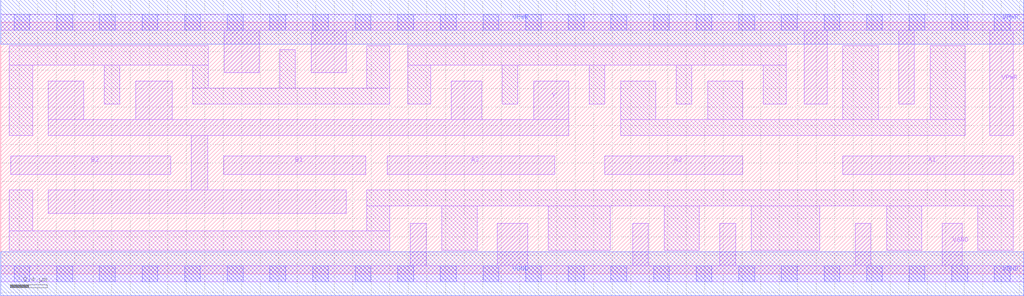
<source format=lef>
# Copyright 2020 The SkyWater PDK Authors
#
# Licensed under the Apache License, Version 2.0 (the "License");
# you may not use this file except in compliance with the License.
# You may obtain a copy of the License at
#
#     https://www.apache.org/licenses/LICENSE-2.0
#
# Unless required by applicable law or agreed to in writing, software
# distributed under the License is distributed on an "AS IS" BASIS,
# WITHOUT WARRANTIES OR CONDITIONS OF ANY KIND, either express or implied.
# See the License for the specific language governing permissions and
# limitations under the License.
#
# SPDX-License-Identifier: Apache-2.0

VERSION 5.7 ;
  NAMESCASESENSITIVE ON ;
  NOWIREEXTENSIONATPIN ON ;
  DIVIDERCHAR "/" ;
  BUSBITCHARS "[]" ;
UNITS
  DATABASE MICRONS 200 ;
END UNITS
PROPERTYDEFINITIONS
  MACRO maskLayoutSubType STRING ;
  MACRO prCellType STRING ;
  MACRO originalViewName STRING ;
END PROPERTYDEFINITIONS
MACRO sky130_fd_sc_hdll__o32ai_4
  CLASS CORE ;
  FOREIGN sky130_fd_sc_hdll__o32ai_4 ;
  ORIGIN  0.000000  0.000000 ;
  SIZE  11.04000 BY  2.720000 ;
  SYMMETRY X Y R90 ;
  SITE unithd ;
  PIN A1
    ANTENNAGATEAREA  1.110000 ;
    DIRECTION INPUT ;
    USE SIGNAL ;
    PORT
      LAYER li1 ;
        RECT 9.090000 1.075000 10.925000 1.275000 ;
    END
  END A1
  PIN A2
    ANTENNAGATEAREA  1.110000 ;
    DIRECTION INPUT ;
    USE SIGNAL ;
    PORT
      LAYER li1 ;
        RECT 6.520000 1.075000 8.010000 1.275000 ;
    END
  END A2
  PIN A3
    ANTENNAGATEAREA  1.110000 ;
    DIRECTION INPUT ;
    USE SIGNAL ;
    PORT
      LAYER li1 ;
        RECT 4.170000 1.075000 5.980000 1.275000 ;
    END
  END A3
  PIN B1
    ANTENNAGATEAREA  1.110000 ;
    DIRECTION INPUT ;
    USE SIGNAL ;
    PORT
      LAYER li1 ;
        RECT 2.405000 1.075000 3.940000 1.275000 ;
    END
  END B1
  PIN B2
    ANTENNAGATEAREA  1.110000 ;
    DIRECTION INPUT ;
    USE SIGNAL ;
    PORT
      LAYER li1 ;
        RECT 0.110000 1.075000 1.835000 1.275000 ;
    END
  END B2
  PIN Y
    ANTENNADIFFAREA  2.024500 ;
    DIRECTION OUTPUT ;
    USE SIGNAL ;
    PORT
      LAYER li1 ;
        RECT 0.515000 0.655000 3.730000 0.905000 ;
        RECT 0.515000 1.495000 6.130000 1.665000 ;
        RECT 0.515000 1.665000 0.895000 2.085000 ;
        RECT 1.455000 1.665000 1.850000 2.085000 ;
        RECT 2.055000 0.905000 2.235000 1.495000 ;
        RECT 4.860000 1.665000 5.190000 2.085000 ;
        RECT 5.750000 1.665000 6.130000 2.085000 ;
    END
  END Y
  PIN VGND
    DIRECTION INOUT ;
    USE GROUND ;
    PORT
      LAYER li1 ;
        RECT  0.000000 -0.085000 11.040000 0.085000 ;
        RECT  4.420000  0.085000  4.590000 0.545000 ;
        RECT  5.360000  0.085000  5.690000 0.545000 ;
        RECT  6.820000  0.085000  6.990000 0.545000 ;
        RECT  7.760000  0.085000  7.930000 0.545000 ;
        RECT  9.220000  0.085000  9.390000 0.545000 ;
        RECT 10.160000  0.085000 10.375000 0.545000 ;
      LAYER mcon ;
        RECT  0.145000 -0.085000  0.315000 0.085000 ;
        RECT  0.605000 -0.085000  0.775000 0.085000 ;
        RECT  1.065000 -0.085000  1.235000 0.085000 ;
        RECT  1.525000 -0.085000  1.695000 0.085000 ;
        RECT  1.985000 -0.085000  2.155000 0.085000 ;
        RECT  2.445000 -0.085000  2.615000 0.085000 ;
        RECT  2.905000 -0.085000  3.075000 0.085000 ;
        RECT  3.365000 -0.085000  3.535000 0.085000 ;
        RECT  3.825000 -0.085000  3.995000 0.085000 ;
        RECT  4.285000 -0.085000  4.455000 0.085000 ;
        RECT  4.745000 -0.085000  4.915000 0.085000 ;
        RECT  5.205000 -0.085000  5.375000 0.085000 ;
        RECT  5.665000 -0.085000  5.835000 0.085000 ;
        RECT  6.125000 -0.085000  6.295000 0.085000 ;
        RECT  6.585000 -0.085000  6.755000 0.085000 ;
        RECT  7.045000 -0.085000  7.215000 0.085000 ;
        RECT  7.505000 -0.085000  7.675000 0.085000 ;
        RECT  7.965000 -0.085000  8.135000 0.085000 ;
        RECT  8.425000 -0.085000  8.595000 0.085000 ;
        RECT  8.885000 -0.085000  9.055000 0.085000 ;
        RECT  9.345000 -0.085000  9.515000 0.085000 ;
        RECT  9.805000 -0.085000  9.975000 0.085000 ;
        RECT 10.265000 -0.085000 10.435000 0.085000 ;
        RECT 10.725000 -0.085000 10.895000 0.085000 ;
      LAYER met1 ;
        RECT 0.000000 -0.240000 11.040000 0.240000 ;
    END
  END VGND
  PIN VPWR
    DIRECTION INOUT ;
    USE POWER ;
    PORT
      LAYER li1 ;
        RECT  0.000000 2.635000 11.040000 2.805000 ;
        RECT  2.410000 2.175000  2.790000 2.635000 ;
        RECT  3.350000 2.175000  3.730000 2.635000 ;
        RECT  8.670000 1.835000  8.920000 2.635000 ;
        RECT  9.690000 1.835000  9.860000 2.635000 ;
        RECT 10.675000 1.495000 10.925000 2.635000 ;
      LAYER mcon ;
        RECT  0.145000 2.635000  0.315000 2.805000 ;
        RECT  0.605000 2.635000  0.775000 2.805000 ;
        RECT  1.065000 2.635000  1.235000 2.805000 ;
        RECT  1.525000 2.635000  1.695000 2.805000 ;
        RECT  1.985000 2.635000  2.155000 2.805000 ;
        RECT  2.445000 2.635000  2.615000 2.805000 ;
        RECT  2.905000 2.635000  3.075000 2.805000 ;
        RECT  3.365000 2.635000  3.535000 2.805000 ;
        RECT  3.825000 2.635000  3.995000 2.805000 ;
        RECT  4.285000 2.635000  4.455000 2.805000 ;
        RECT  4.745000 2.635000  4.915000 2.805000 ;
        RECT  5.205000 2.635000  5.375000 2.805000 ;
        RECT  5.665000 2.635000  5.835000 2.805000 ;
        RECT  6.125000 2.635000  6.295000 2.805000 ;
        RECT  6.585000 2.635000  6.755000 2.805000 ;
        RECT  7.045000 2.635000  7.215000 2.805000 ;
        RECT  7.505000 2.635000  7.675000 2.805000 ;
        RECT  7.965000 2.635000  8.135000 2.805000 ;
        RECT  8.425000 2.635000  8.595000 2.805000 ;
        RECT  8.885000 2.635000  9.055000 2.805000 ;
        RECT  9.345000 2.635000  9.515000 2.805000 ;
        RECT  9.805000 2.635000  9.975000 2.805000 ;
        RECT 10.265000 2.635000 10.435000 2.805000 ;
        RECT 10.725000 2.635000 10.895000 2.805000 ;
      LAYER met1 ;
        RECT 0.000000 2.480000 11.040000 2.960000 ;
    END
  END VPWR
  OBS
    LAYER li1 ;
      RECT  0.090000 0.255000  4.200000 0.465000 ;
      RECT  0.090000 0.465000  0.345000 0.905000 ;
      RECT  0.090000 1.495000  0.345000 2.255000 ;
      RECT  0.090000 2.255000  2.240000 2.465000 ;
      RECT  1.115000 1.835000  1.285000 2.255000 ;
      RECT  2.070000 1.835000  4.200000 2.005000 ;
      RECT  2.070000 2.005000  2.240000 2.255000 ;
      RECT  3.010000 2.005000  3.180000 2.425000 ;
      RECT  3.950000 0.465000  4.200000 0.735000 ;
      RECT  3.950000 0.735000 10.925000 0.905000 ;
      RECT  3.950000 2.005000  4.200000 2.465000 ;
      RECT  4.390000 1.835000  4.640000 2.255000 ;
      RECT  4.390000 2.255000  8.480000 2.465000 ;
      RECT  4.760000 0.255000  5.140000 0.735000 ;
      RECT  5.410000 1.835000  5.580000 2.255000 ;
      RECT  5.910000 0.255000  6.580000 0.735000 ;
      RECT  6.350000 1.835000  6.520000 2.255000 ;
      RECT  6.690000 1.495000 10.410000 1.665000 ;
      RECT  6.690000 1.665000  7.070000 2.085000 ;
      RECT  7.160000 0.255000  7.540000 0.735000 ;
      RECT  7.290000 1.835000  7.460000 2.255000 ;
      RECT  7.630000 1.665000  8.010000 2.085000 ;
      RECT  8.100000 0.255000  8.840000 0.735000 ;
      RECT  8.230000 1.835000  8.480000 2.255000 ;
      RECT  9.090000 1.665000  9.470000 2.465000 ;
      RECT  9.560000 0.255000  9.940000 0.735000 ;
      RECT 10.030000 1.665000 10.410000 2.465000 ;
      RECT 10.545000 0.255000 10.925000 0.735000 ;
  END
  PROPERTY maskLayoutSubType "abstract" ;
  PROPERTY prCellType "standard" ;
  PROPERTY originalViewName "layout" ;
END sky130_fd_sc_hdll__o32ai_4

</source>
